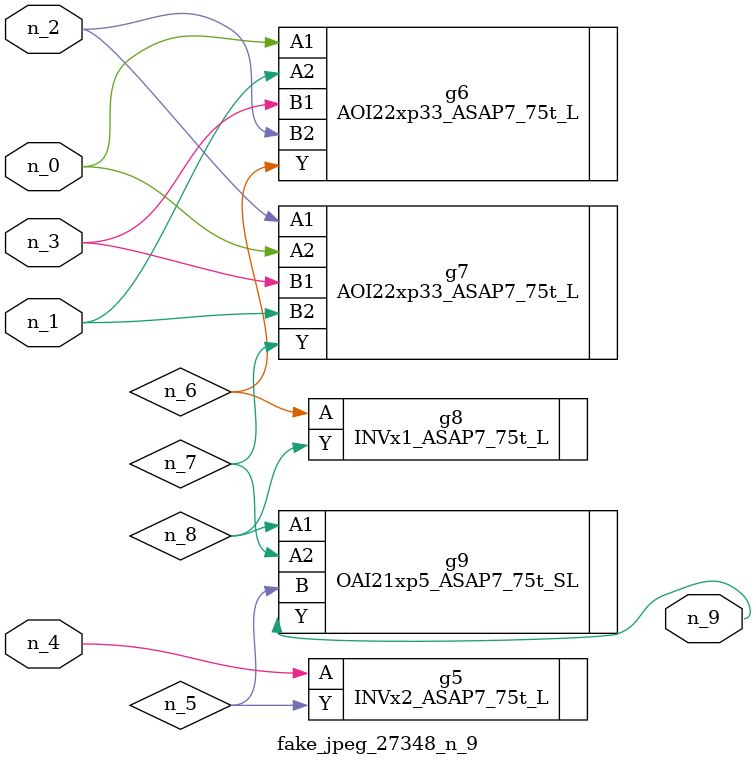
<source format=v>
module fake_jpeg_27348_n_9 (n_3, n_2, n_1, n_0, n_4, n_9);

input n_3;
input n_2;
input n_1;
input n_0;
input n_4;

output n_9;

wire n_8;
wire n_6;
wire n_5;
wire n_7;

INVx2_ASAP7_75t_L g5 ( 
.A(n_4),
.Y(n_5)
);

AOI22xp33_ASAP7_75t_L g6 ( 
.A1(n_0),
.A2(n_1),
.B1(n_3),
.B2(n_2),
.Y(n_6)
);

AOI22xp33_ASAP7_75t_L g7 ( 
.A1(n_2),
.A2(n_0),
.B1(n_3),
.B2(n_1),
.Y(n_7)
);

INVx1_ASAP7_75t_L g8 ( 
.A(n_6),
.Y(n_8)
);

OAI21xp5_ASAP7_75t_SL g9 ( 
.A1(n_8),
.A2(n_7),
.B(n_5),
.Y(n_9)
);


endmodule
</source>
